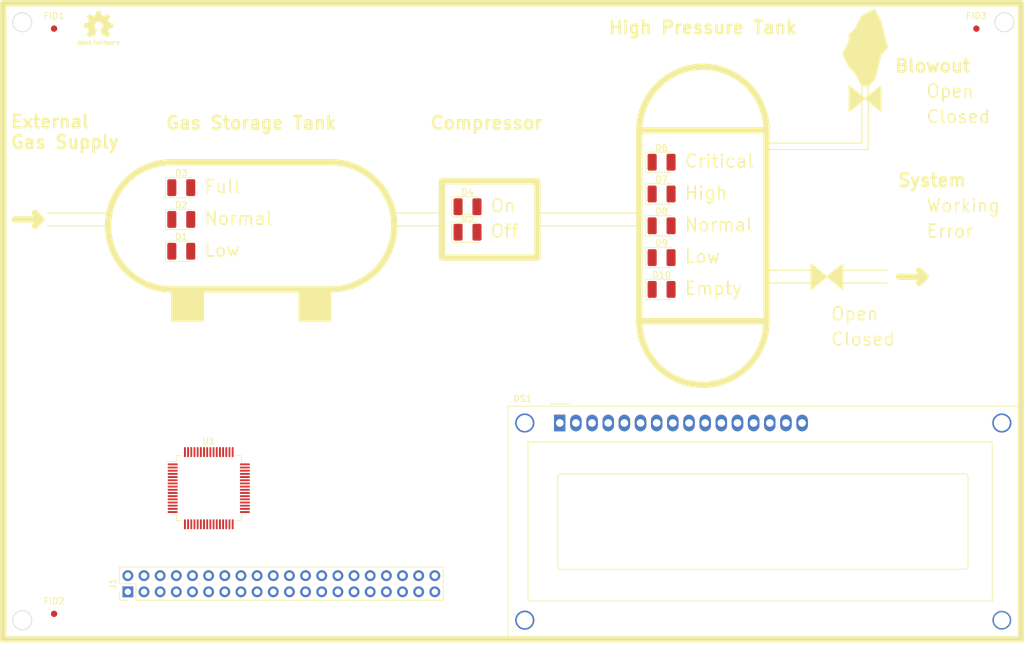
<source format=kicad_pcb>
(kicad_pcb (version 20221018) (generator pcbnew)
  (layers (0 "F.Cu" signal) (31 "B.Cu" signal) (34 "B.Paste" user) (35 "F.Paste" user) (36 "B.SilkS" user "B.Silkscreen") (37 "F.SilkS" user "F.Silkscreen") (38 "B.Mask" user) (39 "F.Mask" user) (44 "Edge.Cuts" user))
  (net 0 "")
  (footprint "Display:WC1602A" (layer "F.Cu") (at 138.30052 116.7993)
    (fp_text reference "DS1" (at -5.82 -3.81) (layer "F.SilkS"))
    (fp_text value "WC1602A / HD44780")
    (pad "" thru_hole circle (at -5.4991 0) (size 3 3) (drill 2.5) (layers "*.Cu" "*.Mask"))
    (pad "" thru_hole circle (at -5.4991 31.0007) (size 3 3) (drill 2.5) (layers "*.Cu" "*.Mask"))
    (pad "" thru_hole circle (at 69.49948 31.0007) (size 3 3) (drill 2.5) (layers "*.Cu" "*.Mask"))
    (pad "" thru_hole circle (at 69.5 0) (size 3 3) (drill 2.5) (layers "*.Cu" "*.Mask"))
    (pad "1" thru_hole rect (at 0 0) (size 1.8 2.6) (drill 1.2) (layers "*.Cu" "*.Mask"))
    (pad "2" thru_hole oval (at 2.54 0) (size 1.8 2.6) (drill 1.2) (layers "*.Cu" "*.Mask"))
    (pad "3" thru_hole oval (at 5.08 0) (size 1.8 2.6) (drill 1.2) (layers "*.Cu" "*.Mask"))
    (pad "4" thru_hole oval (at 7.62 0) (size 1.8 2.6) (drill 1.2) (layers "*.Cu" "*.Mask"))
    (pad "5" thru_hole oval (at 10.16 0) (size 1.8 2.6) (drill 1.2) (layers "*.Cu" "*.Mask"))
    (pad "6" thru_hole oval (at 12.7 0) (size 1.8 2.6) (drill 1.2) (layers "*.Cu" "*.Mask"))
    (pad "7" thru_hole oval (at 15.24 0) (size 1.8 2.6) (drill 1.2) (layers "*.Cu" "*.Mask"))
    (pad "8" thru_hole oval (at 17.78 0) (size 1.8 2.6) (drill 1.2) (layers "*.Cu" "*.Mask"))
    (pad "9" thru_hole oval (at 20.32 0) (size 1.8 2.6) (drill 1.2) (layers "*.Cu" "*.Mask"))
    (pad "10" thru_hole oval (at 22.86 0) (size 1.8 2.6) (drill 1.2) (layers "*.Cu" "*.Mask"))
    (pad "11" thru_hole oval (at 25.4 0) (size 1.8 2.6) (drill 1.2) (layers "*.Cu" "*.Mask"))
    (pad "12" thru_hole oval (at 27.94 0) (size 1.8 2.6) (drill 1.2) (layers "*.Cu" "*.Mask"))
    (pad "13" thru_hole oval (at 30.48 0) (size 1.8 2.6) (drill 1.2) (layers "*.Cu" "*.Mask"))
    (pad "14" thru_hole oval (at 33.02 0) (size 1.8 2.6) (drill 1.2) (layers "*.Cu" "*.Mask"))
    (pad "15" thru_hole oval (at 35.56 0) (size 1.8 2.6) (drill 1.2) (layers "*.Cu" "*.Mask"))
    (pad "16" thru_hole oval (at 38.1 0) (size 1.8 2.6) (drill 1.2) (layers "*.Cu" "*.Mask"))
  )
  (footprint "Fiducial:Fiducial_1mm_Mask2mm" (layer "F.Cu") (at 203.8 54.8)
    (fp_text reference "FID3" (at 0 -2) (layer "F.SilkS"))
    (fp_text value "Fiducial")
    (pad "" smd circle (at 0 0) (size 1 1) (layers "F.Cu" "F.Mask") (clearance 0.5))
  )
  (footprint "Connector_PinHeader_2.54mm:PinHeader_2x20_P2.54mm_Vertical" (layer "F.Cu") (at 70.4 143.34 90)
    (fp_text reference "J1" (at 1.27 -2.33 90) (layer "F.SilkS"))
    (fp_text value "Raspberry_Pi_2_3")
    (pad "1" thru_hole rect (at 0 0 90) (size 1.7 1.7) (drill 1) (layers "*.Cu" "*.Mask"))
    (pad "2" thru_hole oval (at 2.54 0 90) (size 1.7 1.7) (drill 1) (layers "*.Cu" "*.Mask"))
    (pad "3" thru_hole oval (at 0 2.54 90) (size 1.7 1.7) (drill 1) (layers "*.Cu" "*.Mask"))
    (pad "4" thru_hole oval (at 2.54 2.54 90) (size 1.7 1.7) (drill 1) (layers "*.Cu" "*.Mask"))
    (pad "5" thru_hole oval (at 0 5.08 90) (size 1.7 1.7) (drill 1) (layers "*.Cu" "*.Mask"))
    (pad "6" thru_hole oval (at 2.54 5.08 90) (size 1.7 1.7) (drill 1) (layers "*.Cu" "*.Mask"))
    (pad "7" thru_hole oval (at 0 7.62 90) (size 1.7 1.7) (drill 1) (layers "*.Cu" "*.Mask"))
    (pad "8" thru_hole oval (at 2.54 7.62 90) (size 1.7 1.7) (drill 1) (layers "*.Cu" "*.Mask"))
    (pad "9" thru_hole oval (at 0 10.16 90) (size 1.7 1.7) (drill 1) (layers "*.Cu" "*.Mask"))
    (pad "10" thru_hole oval (at 2.54 10.16 90) (size 1.7 1.7) (drill 1) (layers "*.Cu" "*.Mask"))
    (pad "11" thru_hole oval (at 0 12.7 90) (size 1.7 1.7) (drill 1) (layers "*.Cu" "*.Mask"))
    (pad "12" thru_hole oval (at 2.54 12.7 90) (size 1.7 1.7) (drill 1) (layers "*.Cu" "*.Mask"))
    (pad "13" thru_hole oval (at 0 15.24 90) (size 1.7 1.7) (drill 1) (layers "*.Cu" "*.Mask"))
    (pad "14" thru_hole oval (at 2.54 15.24 90) (size 1.7 1.7) (drill 1) (layers "*.Cu" "*.Mask"))
    (pad "15" thru_hole oval (at 0 17.78 90) (size 1.7 1.7) (drill 1) (layers "*.Cu" "*.Mask"))
    (pad "16" thru_hole oval (at 2.54 17.78 90) (size 1.7 1.7) (drill 1) (layers "*.Cu" "*.Mask"))
    (pad "17" thru_hole oval (at 0 20.32 90) (size 1.7 1.7) (drill 1) (layers "*.Cu" "*.Mask"))
    (pad "18" thru_hole oval (at 2.54 20.32 90) (size 1.7 1.7) (drill 1) (layers "*.Cu" "*.Mask"))
    (pad "19" thru_hole oval (at 0 22.86 90) (size 1.7 1.7) (drill 1) (layers "*.Cu" "*.Mask"))
    (pad "20" thru_hole oval (at 2.54 22.86 90) (size 1.7 1.7) (drill 1) (layers "*.Cu" "*.Mask"))
    (pad "21" thru_hole oval (at 0 25.4 90) (size 1.7 1.7) (drill 1) (layers "*.Cu" "*.Mask"))
    (pad "22" thru_hole oval (at 2.54 25.4 90) (size 1.7 1.7) (drill 1) (layers "*.Cu" "*.Mask"))
    (pad "23" thru_hole oval (at 0 27.94 90) (size 1.7 1.7) (drill 1) (layers "*.Cu" "*.Mask"))
    (pad "24" thru_hole oval (at 2.54 27.94 90) (size 1.7 1.7) (drill 1) (layers "*.Cu" "*.Mask"))
    (pad "25" thru_hole oval (at 0 30.48 90) (size 1.7 1.7) (drill 1) (layers "*.Cu" "*.Mask"))
    (pad "26" thru_hole oval (at 2.54 30.48 90) (size 1.7 1.7) (drill 1) (layers "*.Cu" "*.Mask"))
    (pad "27" thru_hole oval (at 0 33.02 90) (size 1.7 1.7) (drill 1) (layers "*.Cu" "*.Mask"))
    (pad "28" thru_hole oval (at 2.54 33.02 90) (size 1.7 1.7) (drill 1) (layers "*.Cu" "*.Mask"))
    (pad "29" thru_hole oval (at 0 35.56 90) (size 1.7 1.7) (drill 1) (layers "*.Cu" "*.Mask"))
    (pad "30" thru_hole oval (at 2.54 35.56 90) (size 1.7 1.7) (drill 1) (layers "*.Cu" "*.Mask"))
    (pad "31" thru_hole oval (at 0 38.1 90) (size 1.7 1.7) (drill 1) (layers "*.Cu" "*.Mask"))
    (pad "32" thru_hole oval (at 2.54 38.1 90) (size 1.7 1.7) (drill 1) (layers "*.Cu" "*.Mask"))
    (pad "33" thru_hole oval (at 0 40.64 90) (size 1.7 1.7) (drill 1) (layers "*.Cu" "*.Mask"))
    (pad "34" thru_hole oval (at 2.54 40.64 90) (size 1.7 1.7) (drill 1) (layers "*.Cu" "*.Mask"))
    (pad "35" thru_hole oval (at 0 43.18 90) (size 1.7 1.7) (drill 1) (layers "*.Cu" "*.Mask"))
    (pad "36" thru_hole oval (at 2.54 43.18 90) (size 1.7 1.7) (drill 1) (layers "*.Cu" "*.Mask"))
    (pad "37" thru_hole oval (at 0 45.72 90) (size 1.7 1.7) (drill 1) (layers "*.Cu" "*.Mask"))
    (pad "38" thru_hole oval (at 2.54 45.72 90) (size 1.7 1.7) (drill 1) (layers "*.Cu" "*.Mask"))
    (pad "39" thru_hole oval (at 0 48.26 90) (size 1.7 1.7) (drill 1) (layers "*.Cu" "*.Mask"))
    (pad "40" thru_hole oval (at 2.54 48.26 90) (size 1.7 1.7) (drill 1) (layers "*.Cu" "*.Mask"))
  )
  (footprint "LED_SMD:LED_1210_3225Metric_Pad1.42x2.65mm_HandSolder" (layer "F.Cu") (at 78.8 79.8)
    (fp_text reference "D3" (at 0 -2.28) (layer "F.SilkS"))
    (fp_text value "LED BLUE")
    (pad "1" smd roundrect (at -1.4875 0) (size 1.425 2.65) (layers "F.Cu" "F.Paste" "F.Mask") (roundrect_rratio 0.175439))
    (pad "2" smd roundrect (at 1.4875 0) (size 1.425 2.65) (layers "F.Cu" "F.Paste" "F.Mask") (roundrect_rratio 0.175439))
  )
  (footprint "LED_SMD:LED_1210_3225Metric_Pad1.42x2.65mm_HandSolder" (layer "F.Cu") (at 154.3125 75.8)
    (fp_text reference "D6" (at 0 -2.28) (layer "F.SilkS"))
    (fp_text value "LED RED")
    (pad "1" smd roundrect (at -1.4875 0) (size 1.425 2.65) (layers "F.Cu" "F.Paste" "F.Mask") (roundrect_rratio 0.175439))
    (pad "2" smd roundrect (at 1.4875 0) (size 1.425 2.65) (layers "F.Cu" "F.Paste" "F.Mask") (roundrect_rratio 0.175439))
  )
  (footprint "LED_SMD:LED_1210_3225Metric_Pad1.42x2.65mm_HandSolder" (layer "F.Cu") (at 154.3125 90.8)
    (fp_text reference "D9" (at 0 -2.28) (layer "F.SilkS"))
    (fp_text value "LED YELLOW")
    (pad "1" smd roundrect (at -1.4875 0) (size 1.425 2.65) (layers "F.Cu" "F.Paste" "F.Mask") (roundrect_rratio 0.175439))
    (pad "2" smd roundrect (at 1.4875 0) (size 1.425 2.65) (layers "F.Cu" "F.Paste" "F.Mask") (roundrect_rratio 0.175439))
  )
  (footprint "Symbol:OSHW-Logo2_7.3x6mm_SilkScreen" (layer "F.Cu") (at 65.8 54.8)
    (fp_text reference "#SYM1" hide)
    (fp_text value "OSHW-Logo2_7.3x6mm_SilkScreen" hide)
  )
  (footprint "Package_QFP:LQFP-64_10x10mm_P0.5mm" (layer "F.Cu") (at 83.125 127.05)
    (fp_text reference "U1" (at 0 -7.4) (layer "F.SilkS"))
    (fp_text value "STM32G070RBTx")
    (pad "1" smd roundrect (at -5.675 -3.75) (size 1.55 0.3) (layers "F.Cu" "F.Paste" "F.Mask"))
    (pad "2" smd roundrect (at -5.675 -3.25) (size 1.55 0.3) (layers "F.Cu" "F.Paste" "F.Mask"))
    (pad "3" smd roundrect (at -5.675 -2.75) (size 1.55 0.3) (layers "F.Cu" "F.Paste" "F.Mask"))
    (pad "4" smd roundrect (at -5.675 -2.25) (size 1.55 0.3) (layers "F.Cu" "F.Paste" "F.Mask"))
    (pad "5" smd roundrect (at -5.675 -1.75) (size 1.55 0.3) (layers "F.Cu" "F.Paste" "F.Mask"))
    (pad "6" smd roundrect (at -5.675 -1.25) (size 1.55 0.3) (layers "F.Cu" "F.Paste" "F.Mask"))
    (pad "7" smd roundrect (at -5.675 -0.75) (size 1.55 0.3) (layers "F.Cu" "F.Paste" "F.Mask"))
    (pad "8" smd roundrect (at -5.675 -0.25) (size 1.55 0.3) (layers "F.Cu" "F.Paste" "F.Mask"))
    (pad "9" smd roundrect (at -5.675 0.25) (size 1.55 0.3) (layers "F.Cu" "F.Paste" "F.Mask"))
    (pad "10" smd roundrect (at -5.675 0.75) (size 1.55 0.3) (layers "F.Cu" "F.Paste" "F.Mask"))
    (pad "11" smd roundrect (at -5.675 1.25) (size 1.55 0.3) (layers "F.Cu" "F.Paste" "F.Mask"))
    (pad "12" smd roundrect (at -5.675 1.75) (size 1.55 0.3) (layers "F.Cu" "F.Paste" "F.Mask"))
    (pad "13" smd roundrect (at -5.675 2.25) (size 1.55 0.3) (layers "F.Cu" "F.Paste" "F.Mask"))
    (pad "14" smd roundrect (at -5.675 2.75) (size 1.55 0.3) (layers "F.Cu" "F.Paste" "F.Mask"))
    (pad "15" smd roundrect (at -5.675 3.25) (size 1.55 0.3) (layers "F.Cu" "F.Paste" "F.Mask"))
    (pad "16" smd roundrect (at -5.675 3.75) (size 1.55 0.3) (layers "F.Cu" "F.Paste" "F.Mask"))
    (pad "17" smd roundrect (at -3.75 5.675) (size 0.3 1.55) (layers "F.Cu" "F.Paste" "F.Mask"))
    (pad "18" smd roundrect (at -3.25 5.675) (size 0.3 1.55) (layers "F.Cu" "F.Paste" "F.Mask"))
    (pad "19" smd roundrect (at -2.75 5.675) (size 0.3 1.55) (layers "F.Cu" "F.Paste" "F.Mask"))
    (pad "20" smd roundrect (at -2.25 5.675) (size 0.3 1.55) (layers "F.Cu" "F.Paste" "F.Mask"))
    (pad "21" smd roundrect (at -1.75 5.675) (size 0.3 1.55) (layers "F.Cu" "F.Paste" "F.Mask"))
    (pad "22" smd roundrect (at -1.25 5.675) (size 0.3 1.55) (layers "F.Cu" "F.Paste" "F.Mask"))
    (pad "23" smd roundrect (at -0.75 5.675) (size 0.3 1.55) (layers "F.Cu" "F.Paste" "F.Mask"))
    (pad "24" smd roundrect (at -0.25 5.675) (size 0.3 1.55) (layers "F.Cu" "F.Paste" "F.Mask"))
    (pad "25" smd roundrect (at 0.25 5.675) (size 0.3 1.55) (layers "F.Cu" "F.Paste" "F.Mask"))
    (pad "26" smd roundrect (at 0.75 5.675) (size 0.3 1.55) (layers "F.Cu" "F.Paste" "F.Mask"))
    (pad "27" smd roundrect (at 1.25 5.675) (size 0.3 1.55) (layers "F.Cu" "F.Paste" "F.Mask"))
    (pad "28" smd roundrect (at 1.75 5.675) (size 0.3 1.55) (layers "F.Cu" "F.Paste" "F.Mask"))
    (pad "29" smd roundrect (at 2.25 5.675) (size 0.3 1.55) (layers "F.Cu" "F.Paste" "F.Mask"))
    (pad "30" smd roundrect (at 2.75 5.675) (size 0.3 1.55) (layers "F.Cu" "F.Paste" "F.Mask"))
    (pad "31" smd roundrect (at 3.25 5.675) (size 0.3 1.55) (layers "F.Cu" "F.Paste" "F.Mask"))
    (pad "32" smd roundrect (at 3.75 5.675) (size 0.3 1.55) (layers "F.Cu" "F.Paste" "F.Mask"))
    (pad "33" smd roundrect (at 5.675 3.75) (size 1.55 0.3) (layers "F.Cu" "F.Paste" "F.Mask"))
    (pad "34" smd roundrect (at 5.675 3.25) (size 1.55 0.3) (layers "F.Cu" "F.Paste" "F.Mask"))
    (pad "35" smd roundrect (at 5.675 2.75) (size 1.55 0.3) (layers "F.Cu" "F.Paste" "F.Mask"))
    (pad "36" smd roundrect (at 5.675 2.25) (size 1.55 0.3) (layers "F.Cu" "F.Paste" "F.Mask"))
    (pad "37" smd roundrect (at 5.675 1.75) (size 1.55 0.3) (layers "F.Cu" "F.Paste" "F.Mask"))
    (pad "38" smd roundrect (at 5.675 1.25) (size 1.55 0.3) (layers "F.Cu" "F.Paste" "F.Mask"))
    (pad "39" smd roundrect (at 5.675 0.75) (size 1.55 0.3) (layers "F.Cu" "F.Paste" "F.Mask"))
    (pad "40" smd roundrect (at 5.675 0.25) (size 1.55 0.3) (layers "F.Cu" "F.Paste" "F.Mask"))
    (pad "41" smd roundrect (at 5.675 -0.25) (size 1.55 0.3) (layers "F.Cu" "F.Paste" "F.Mask"))
    (pad "42" smd roundrect (at 5.675 -0.75) (size 1.55 0.3) (layers "F.Cu" "F.Paste" "F.Mask"))
    (pad "43" smd roundrect (at 5.675 -1.25) (size 1.55 0.3) (layers "F.Cu" "F.Paste" "F.Mask"))
    (pad "44" smd roundrect (at 5.675 -1.75) (size 1.55 0.3) (layers "F.Cu" "F.Paste" "F.Mask"))
    (pad "45" smd roundrect (at 5.675 -2.25) (size 1.55 0.3) (layers "F.Cu" "F.Paste" "F.Mask"))
    (pad "46" smd roundrect (at 5.675 -2.75) (size 1.55 0.3) (layers "F.Cu" "F.Paste" "F.Mask"))
    (pad "47" smd roundrect (at 5.675 -3.25) (size 1.55 0.3) (layers "F.Cu" "F.Paste" "F.Mask"))
    (pad "48" smd roundrect (at 5.675 -3.75) (size 1.55 0.3) (layers "F.Cu" "F.Paste" "F.Mask"))
    (pad "49" smd roundrect (at 3.75 -5.675) (size 0.3 1.55) (layers "F.Cu" "F.Paste" "F.Mask"))
    (pad "50" smd roundrect (at 3.25 -5.675) (size 0.3 1.55) (layers "F.Cu" "F.Paste" "F.Mask"))
    (pad "51" smd roundrect (at 2.75 -5.675) (size 0.3 1.55) (layers "F.Cu" "F.Paste" "F.Mask"))
    (pad "52" smd roundrect (at 2.25 -5.675) (size 0.3 1.55) (layers "F.Cu" "F.Paste" "F.Mask"))
    (pad "53" smd roundrect (at 1.75 -5.675) (size 0.3 1.55) (layers "F.Cu" "F.Paste" "F.Mask"))
    (pad "54" smd roundrect (at 1.25 -5.675) (size 0.3 1.55) (layers "F.Cu" "F.Paste" "F.Mask"))
    (pad "55" smd roundrect (at 0.75 -5.675) (size 0.3 1.55) (layers "F.Cu" "F.Paste" "F.Mask"))
    (pad "56" smd roundrect (at 0.25 -5.675) (size 0.3 1.55) (layers "F.Cu" "F.Paste" "F.Mask"))
    (pad "57" smd roundrect (at -0.25 -5.675) (size 0.3 1.55) (layers "F.Cu" "F.Paste" "F.Mask"))
    (pad "58" smd roundrect (at -0.75 -5.675) (size 0.3 1.55) (layers "F.Cu" "F.Paste" "F.Mask"))
    (pad "59" smd roundrect (at -1.25 -5.675) (size 0.3 1.55) (layers "F.Cu" "F.Paste" "F.Mask"))
    (pad "60" smd roundrect (at -1.75 -5.675) (size 0.3 1.55) (layers "F.Cu" "F.Paste" "F.Mask"))
    (pad "61" smd roundrect (at -2.25 -5.675) (size 0.3 1.55) (layers "F.Cu" "F.Paste" "F.Mask"))
    (pad "62" smd roundrect (at -2.75 -5.675) (size 0.3 1.55) (layers "F.Cu" "F.Paste" "F.Mask"))
    (pad "63" smd roundrect (at -3.25 -5.675) (size 0.3 1.55) (layers "F.Cu" "F.Paste" "F.Mask"))
    (pad "64" smd roundrect (at -3.75 -5.675) (size 0.3 1.55) (layers "F.Cu" "F.Paste" "F.Mask"))
  )
  (footprint "LED_SMD:LED_1210_3225Metric_Pad1.42x2.65mm_HandSolder" (layer "F.Cu") (at 154.3125 80.8)
    (fp_text reference "D7" (at 0 -2.28) (layer "F.SilkS"))
    (fp_text value "LED YELLOW")
    (pad "1" smd roundrect (at -1.4875 0) (size 1.425 2.65) (layers "F.Cu" "F.Paste" "F.Mask") (roundrect_rratio 0.175439))
    (pad "2" smd roundrect (at 1.4875 0) (size 1.425 2.65) (layers "F.Cu" "F.Paste" "F.Mask") (roundrect_rratio 0.175439))
  )
  (footprint "LED_SMD:LED_1210_3225Metric_Pad1.42x2.65mm_HandSolder" (layer "F.Cu") (at 154.3125 95.8)
    (fp_text reference "D10" (at 0 -2.28) (layer "F.SilkS"))
    (fp_text value "LED BLUE")
    (pad "1" smd roundrect (at -1.4875 0) (size 1.425 2.65) (layers "F.Cu" "F.Paste" "F.Mask") (roundrect_rratio 0.175439))
    (pad "2" smd roundrect (at 1.4875 0) (size 1.425 2.65) (layers "F.Cu" "F.Paste" "F.Mask") (roundrect_rratio 0.175439))
  )
  (footprint "Fiducial:Fiducial_1mm_Mask2mm" (layer "F.Cu") (at 58.8 54.8)
    (fp_text reference "FID1" (at 0 -2) (layer "F.SilkS"))
    (fp_text value "Fiducial")
    (pad "" smd circle (at 0 0) (size 1 1) (layers "F.Cu" "F.Mask") (clearance 0.5))
  )
  (footprint "LED_SMD:LED_1210_3225Metric_Pad1.42x2.65mm_HandSolder" (layer "F.Cu") (at 154.3125 85.8)
    (fp_text reference "D8" (at 0 -2.28) (layer "F.SilkS"))
    (fp_text value "LED GREEN")
    (pad "1" smd roundrect (at -1.4875 0) (size 1.425 2.65) (layers "F.Cu" "F.Paste" "F.Mask") (roundrect_rratio 0.175439))
    (pad "2" smd roundrect (at 1.4875 0) (size 1.425 2.65) (layers "F.Cu" "F.Paste" "F.Mask") (roundrect_rratio 0.175439))
  )
  (footprint "LED_SMD:LED_1210_3225Metric_Pad1.42x2.65mm_HandSolder" (layer "F.Cu") (at 123.8 82.8)
    (fp_text reference "D4" (at 0 -2.28) (layer "F.SilkS"))
    (fp_text value "LED GREEN")
    (pad "1" smd roundrect (at -1.4875 0) (size 1.425 2.65) (layers "F.Cu" "F.Paste" "F.Mask") (roundrect_rratio 0.175439))
    (pad "2" smd roundrect (at 1.4875 0) (size 1.425 2.65) (layers "F.Cu" "F.Paste" "F.Mask") (roundrect_rratio 0.175439))
  )
  (footprint "LED_SMD:LED_1210_3225Metric_Pad1.42x2.65mm_HandSolder" (layer "F.Cu") (at 123.8 86.8)
    (fp_text reference "D5" (at 0 -2.28) (layer "F.SilkS"))
    (fp_text value "LED RED")
    (pad "1" smd roundrect (at -1.4875 0) (size 1.425 2.65) (layers "F.Cu" "F.Paste" "F.Mask") (roundrect_rratio 0.175439))
    (pad "2" smd roundrect (at 1.4875 0) (size 1.425 2.65) (layers "F.Cu" "F.Paste" "F.Mask") (roundrect_rratio 0.175439))
  )
  (footprint "LED_SMD:LED_1210_3225Metric_Pad1.42x2.65mm_HandSolder" (layer "F.Cu") (at 78.8 84.8)
    (fp_text reference "D2" (at 0 -2.28) (layer "F.SilkS"))
    (fp_text value "LED GREEN")
    (pad "1" smd roundrect (at -1.4875 0) (size 1.425 2.65) (layers "F.Cu" "F.Paste" "F.Mask") (roundrect_rratio 0.175439))
    (pad "2" smd roundrect (at 1.4875 0) (size 1.425 2.65) (layers "F.Cu" "F.Paste" "F.Mask") (roundrect_rratio 0.175439))
  )
  (footprint "LED_SMD:LED_1210_3225Metric_Pad1.42x2.65mm_HandSolder" (layer "F.Cu") (at 78.8 89.8)
    (fp_text reference "D1" (at 0 -2.28) (layer "F.SilkS"))
    (fp_text value "LED RED")
    (pad "1" smd roundrect (at -1.4875 0) (size 1.425 2.65) (layers "F.Cu" "F.Paste" "F.Mask") (roundrect_rratio 0.175439))
    (pad "2" smd roundrect (at 1.4875 0) (size 1.425 2.65) (layers "F.Cu" "F.Paste" "F.Mask") (roundrect_rratio 0.175439))
  )
  (footprint "Fiducial:Fiducial_1mm_Mask2mm" (layer "F.Cu") (at 58.8 146.8)
    (fp_text reference "FID2" (at 0 -2) (layer "F.SilkS"))
    (fp_text value "Fiducial")
    (pad "" smd circle (at 0 0) (size 1 1) (layers "F.Cu" "F.Mask") (clearance 0.5))
  )
  (gr_arc (start 102.287301 75.799999) (mid 112.2873 85.8) (end 102.2873 95.799999) (stroke (width 1)) (layer "F.SilkS"))
  (gr_line (start 56.8 84.8) (end 55.8 85.8) (stroke (width 1)) (layer "F.SilkS"))
  (gr_arc (start 77.287301 95.8) (mid 67.2873 85.800001) (end 77.2873 75.8) (stroke (width 1)) (layer "F.SilkS"))
  (gr_line (start 186.8 65.8) (end 186.8 73.8) (stroke (width 0.15)) (layer "F.SilkS"))
  (gr_line (start 181.4875 94.8) (end 189.8 94.8) (stroke (width 0.15)) (layer "F.SilkS"))
  (gr_line (start 170.9875 73.8) (end 186.8 73.8) (stroke (width 0.15)) (layer "F.SilkS"))
  (gr_line (start 185.8 62.8) (end 185.8 65.3) (stroke (width 0.15)) (layer "F.SilkS"))
  (gr_line (start 52.64375 84.8) (end 56.8 84.8) (stroke (width 1)) (layer "F.SilkS"))
  (gr_line (start 170.800002 70.800001) (end 150.8 70.800001) (stroke (width 1)) (layer "F.SilkS"))
  (gr_poly (pts (xy 185.8 63.8) (xy 184.8 61.8) (xy 183.8 60.8) (xy 182.8 58.8) (xy 183.8 56.8) (xy 183.8 55.8) (xy 184.8 54.8) (xy 185.8 52.8) (xy 187.8 51.8) (xy 188.8 53.8) (xy 189.8 57.8) (xy 188.8 58.8) (xy 187.8 62.8) (xy 186.8 63.8)) (stroke (width 0.2)) (fill solid) (layer "F.SilkS"))
  (gr_line (start 195.8 93.8) (end 194.8 94.8) (stroke (width 1)) (layer "F.SilkS"))
  (gr_line (start 191.64375 93.8) (end 195.8 93.8) (stroke (width 1)) (layer "F.SilkS"))
  (gr_poly (pts (xy 183.8 63.8) (xy 188.8 67.8) (xy 188.8 63.8) (xy 183.8 67.8)) (stroke (width 0.2)) (fill solid) (layer "F.SilkS"))
  (gr_line (start 170.8 100.799999) (end 150.799998 100.799999) (stroke (width 1)) (layer "F.SilkS"))
  (gr_line (start 194.8 92.8) (end 195.8 93.8) (stroke (width 1)) (layer "F.SilkS"))
  (gr_line (start 50.8 50.8) (end 50.800001 150.800001) (stroke (width 1)) (layer "F.SilkS"))
  (gr_line (start 112.537301 83.8) (end 119.787301 83.8) (stroke (width 0.15)) (layer "F.SilkS"))
  (gr_line (start 170.4875 92.8) (end 178.8 92.8) (stroke (width 0.15)) (layer "F.SilkS"))
  (gr_line (start 112.162301 85.8) (end 119.412301 85.8) (stroke (width 0.15)) (layer "F.SilkS"))
  (gr_arc (start 170.8 100.799999) (mid 160.8 110.8) (end 150.8 100.8) (stroke (width 1)) (layer "F.SilkS"))
  (gr_line (start 57.8 85.8) (end 67.412301 85.8) (stroke (width 0.15)) (layer "F.SilkS"))
  (gr_line (start 50.800001 150.800001) (end 210.8 150.8) (stroke (width 1)) (layer "F.SilkS"))
  (gr_line (start 50.8 50.8) (end 210.8 50.8) (stroke (width 1)) (layer "F.SilkS"))
  (gr_line (start 55.8 83.8) (end 56.8 84.8) (stroke (width 1)) (layer "F.SilkS"))
  (gr_line (start 210.8 50.8) (end 210.8 150.8) (stroke (width 1)) (layer "F.SilkS"))
  (gr_line (start 77.287301 95.8) (end 102.2873 95.799999) (stroke (width 1)) (layer "F.SilkS"))
  (gr_arc (start 150.8 70.800001) (mid 160.800001 60.8) (end 170.800002 70.800001) (stroke (width 1)) (layer "F.SilkS"))
  (gr_rect (start 77.2873 95.8) (end 82.3127 100.8) (stroke (width 0.15)) (fill solid) (layer "F.SilkS"))
  (gr_line (start 170.800655 100.8) (end 170.799345 70.8) (stroke (width 1)) (layer "F.SilkS"))
  (gr_line (start 135.175 83.8) (end 150.8 83.8) (stroke (width 0.15)) (layer "F.SilkS"))
  (gr_line (start 170.4875 94.8) (end 178.8 94.8) (stroke (width 0.15)) (layer "F.SilkS"))
  (gr_line (start 185.8 65.8) (end 185.8 72.8) (stroke (width 0.15)) (layer "F.SilkS"))
  (gr_line (start 102.287301 75.799999) (end 77.2873 75.8) (stroke (width 1)) (layer "F.SilkS"))
  (gr_rect (start 119.787301 78.8) (end 134.787301 90.8) (stroke (width 1)) (fill none) (layer "F.SilkS"))
  (gr_line (start 181.4875 92.8) (end 189.8 92.8) (stroke (width 0.15)) (layer "F.SilkS"))
  (gr_line (start 134.9875 85.8) (end 150.6125 85.8) (stroke (width 0.15)) (layer "F.SilkS"))
  (gr_poly (pts (xy 177.8 91.8) (xy 182.8 95.8) (xy 182.8 91.8) (xy 177.8 95.8)) (stroke (width 0.2)) (fill solid) (layer "F.SilkS"))
  (gr_line (start 186.8 65.8) (end 186.8 62.8) (stroke (width 0.15)) (layer "F.SilkS"))
  (gr_rect (start 97.2873 95.8) (end 102.3127 100.8) (stroke (width 0.15)) (fill solid) (layer "F.SilkS"))
  (gr_line (start 150.800655 100.8) (end 150.799345 70.8) (stroke (width 1)) (layer "F.SilkS"))
  (gr_line (start 57.8 83.8) (end 67.599801 83.8) (stroke (width 0.15)) (layer "F.SilkS"))
  (gr_line (start 171.175 72.8) (end 185.8 72.8) (stroke (width 0.15)) (layer "F.SilkS"))
  (gr_circle (center 53.8 53.8) (end 55.3 53.8) (stroke (width 0.1)) (fill none) (layer "Edge.Cuts"))
  (gr_line (start 210.8 50.8) (end 210.8 150.8) (stroke (width 0.1)) (layer "Edge.Cuts"))
  (gr_line (start 50.8 50.8) (end 210.8 50.8) (stroke (width 0.1)) (layer "Edge.Cuts"))
  (gr_circle (center 208.2 53.8) (end 209.7 53.8) (stroke (width 0.1)) (fill none) (layer "Edge.Cuts"))
  (gr_circle (center 53.8 147.8) (end 55.3 147.8) (stroke (width 0.1)) (fill none) (layer "Edge.Cuts"))
  (gr_circle (center 207.8 147.8) (end 209.3 147.8) (stroke (width 0.1)) (fill none) (layer "Edge.Cuts"))
  (gr_line (start 210.8 150.8) (end 50.8 150.8) (stroke (width 0.1)) (layer "Edge.Cuts"))
  (gr_line (start 50.8 150.8) (end 50.8 50.8) (stroke (width 0.1)) (layer "Edge.Cuts"))
  (gr_text "Open" (at 195.8 65.8) (layer "F.SilkS") (effects (font (size 2 2) (thickness 0.25)) (justify left bottom)))
  (gr_text "Normal" (at 82.2873 85.8) (layer "F.SilkS") (effects (font (size 2 2) (thickness 0.25)) (justify left bottom)))
  (gr_text "External \nGas Supply" (at 51.8 73.8) (layer "F.SilkS") (effects (font (size 2 2) (thickness 0.4) bold) (justify left bottom)))
  (gr_text "Open" (at 180.8 100.8) (layer "F.SilkS") (effects (font (size 2 2) (thickness 0.25)) (justify left bottom)))
  (gr_text "Closed" (at 180.8 104.8) (layer "F.SilkS") (effects (font (size 2 2) (thickness 0.25)) (justify left bottom)))
  (gr_text "Low" (at 157.8 91.8) (layer "F.SilkS") (effects (font (size 2 2) (thickness 0.25)) (justify left bottom)))
  (gr_text "Working" (at 195.8 83.8) (layer "F.SilkS") (effects (font (size 2 2) (thickness 0.25)) (justify left bottom)))
  (gr_text "High Pressure Tank" (at 160.8 55.8) (layer "F.SilkS") (effects (font (size 2 2) (thickness 0.4) bold) (justify bottom)))
  (gr_text "Low\n" (at 82.2873 90.8) (layer "F.SilkS") (effects (font (size 2 2) (thickness 0.25)) (justify left bottom)))
  (gr_text "Critical" (at 157.8 76.8) (layer "F.SilkS") (effects (font (size 2 2) (thickness 0.25)) (justify left bottom)))
  (gr_text "Gas Storage Tank" (at 89.787301 70.8) (layer "F.SilkS") (effects (font (size 2 2) (thickness 0.4) bold) (justify bottom)))
  (gr_text "Closed" (at 195.8 69.8) (layer "F.SilkS") (effects (font (size 2 2) (thickness 0.25)) (justify left bottom)))
  (gr_text "Compressor" (at 126.787301 70.8) (layer "F.SilkS") (effects (font (size 2 2) (thickness 0.4) bold) (justify bottom)))
  (gr_text "High" (at 157.8 81.8) (layer "F.SilkS") (effects (font (size 2 2) (thickness 0.25)) (justify left bottom)))
  (gr_text "Full" (at 82.2873 80.8) (layer "F.SilkS") (effects (font (size 2 2) (thickness 0.25)) (justify left bottom)))
  (gr_text "Blowout" (at 190.8 61.8) (layer "F.SilkS") (effects (font (size 2 2) (thickness 0.4) bold) (justify left bottom)))
  (gr_text "Empty" (at 157.8 96.8) (layer "F.SilkS") (effects (font (size 2 2) (thickness 0.25)) (justify left bottom)))
  (gr_text "Off" (at 127.287301 87.8) (layer "F.SilkS") (effects (font (size 2 2) (thickness 0.25)) (justify left bottom)))
  (gr_text "On\n" (at 127.287301 83.8) (layer "F.SilkS") (effects (font (size 2 2) (thickness 0.25)) (justify left bottom)))
  (gr_text "Error" (at 195.8 87.8) (layer "F.SilkS") (effects (font (size 2 2) (thickness 0.25)) (justify left bottom)))
  (gr_text "Normal" (at 157.8 86.8) (layer "F.SilkS") (effects (font (size 2 2) (thickness 0.25)) (justify left bottom)))
  (gr_text "System" (at 196.8 79.8) (layer "F.SilkS") (effects (font (size 2 2) (thickness 0.4) bold) (justify bottom)))
)
</source>
